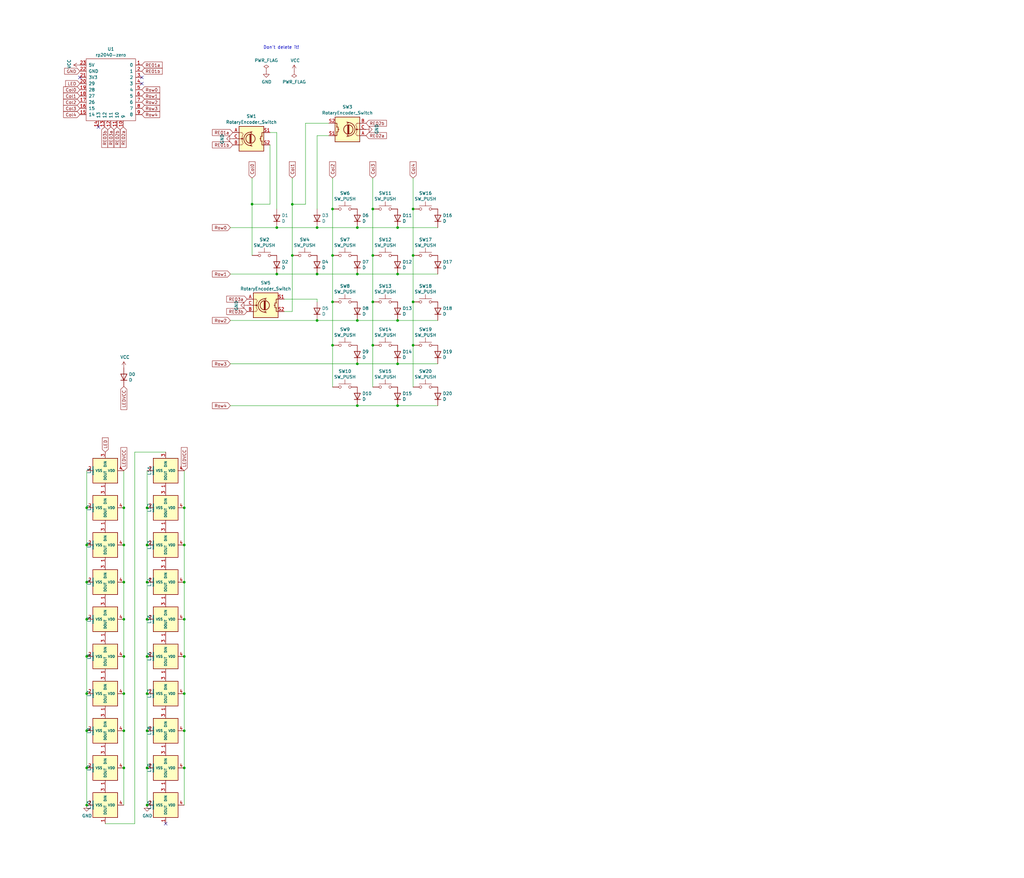
<source format=kicad_sch>
(kicad_sch (version 20230121) (generator eeschema)
  (paper "User" 419.989 360.045)
  (lib_symbols
    (symbol "Device:D" (pin_numbers hide) (pin_names (offset 1.016) hide)
      (property "Reference" "D" (at 0 2.54 0))
      (property "Value" "D" (at 0 -2.54 0))
      (symbol "D_0_1"
        (polyline (pts (xy -1.27 1.27) (xy -1.27 -1.27)) (stroke (width 0.254)))
        (polyline (pts (xy 1.27 0) (xy -1.27 0)))
        (polyline (pts (xy 1.27 1.27) (xy 1.27 -1.27) (xy -1.27 0) (xy 1.27 1.27)) (stroke (width 0.254)))
      )
      (symbol "D_1_1"
        (pin passive line (at -3.81 0 0) (length 2.54) (name "K") (number "1"))
        (pin passive line (at 3.81 0 180) (length 2.54) (name "A") (number "2"))
      )
    )
    (symbol "Device:RotaryEncoder_Switch" (pin_names (offset 0.254) hide)
      (property "Reference" "SW" (at 0 6.604 0))
      (property "Value" "RotaryEncoder_Switch" (at 0 -6.604 0))
      (symbol "RotaryEncoder_Switch_0_1"
        (rectangle (start -5.08 5.08) (end 5.08 -5.08) (stroke (width 0.254)) (fill (type background)))
        (circle (center -3.81 0) (radius 0.254) (fill (type outline)))
        (circle (center -0.381 0) (radius 1.905) (stroke (width 0.254)))
        (arc (start -0.381 2.667) (mid -3.0988 -0.0635) (end -0.381 -2.794) (stroke (width 0.254)))
        (polyline (pts (xy -0.635 -1.778) (xy -0.635 1.778)) (stroke (width 0.254)))
        (polyline (pts (xy -0.381 -1.778) (xy -0.381 1.778)) (stroke (width 0.254)))
        (polyline (pts (xy -0.127 1.778) (xy -0.127 -1.778)) (stroke (width 0.254)))
        (polyline (pts (xy 3.81 0) (xy 3.429 0)) (stroke (width 0.254)))
        (polyline (pts (xy 3.81 1.016) (xy 3.81 -1.016)) (stroke (width 0.254)))
        (polyline (pts (xy -5.08 -2.54) (xy -3.81 -2.54) (xy -3.81 -2.032)))
        (polyline (pts (xy -5.08 2.54) (xy -3.81 2.54) (xy -3.81 2.032)))
        (polyline (pts (xy 0.254 -3.048) (xy -0.508 -2.794) (xy 0.127 -2.413)) (stroke (width 0.254)))
        (polyline (pts (xy 0.254 2.921) (xy -0.508 2.667) (xy 0.127 2.286)) (stroke (width 0.254)))
        (polyline (pts (xy 5.08 -2.54) (xy 4.318 -2.54) (xy 4.318 -1.016)) (stroke (width 0.254)))
        (polyline (pts (xy 5.08 2.54) (xy 4.318 2.54) (xy 4.318 1.016)) (stroke (width 0.254)))
        (polyline (pts (xy -5.08 0) (xy -3.81 0) (xy -3.81 -1.016) (xy -3.302 -2.032)))
        (polyline (pts (xy -4.318 0) (xy -3.81 0) (xy -3.81 1.016) (xy -3.302 2.032)))
        (circle (center 4.318 -1.016) (radius 0.127) (stroke (width 0.254)))
        (circle (center 4.318 1.016) (radius 0.127) (stroke (width 0.254)))
      )
      (symbol "RotaryEncoder_Switch_1_1"
        (pin passive line (at -7.62 2.54 0) (length 2.54) (name "A") (number "A"))
        (pin passive line (at -7.62 -2.54 0) (length 2.54) (name "B") (number "B"))
        (pin passive line (at -7.62 0 0) (length 2.54) (name "C") (number "C"))
        (pin passive line (at 7.62 2.54 180) (length 2.54) (name "S1") (number "S1"))
        (pin passive line (at 7.62 -2.54 180) (length 2.54) (name "S2") (number "S2"))
      )
    )
    (symbol "Salicylic_kbd:LED_SK6812MINI-E" (pin_names (offset 1.016))
      (property "Reference" "LED" (at 5.08 -10.16 0))
      (property "Value" "LED_SK6812MINI-E" (at 8.89 -8.89 0))
      (symbol "LED_SK6812MINI-E_0_1"
        (rectangle (start -5.08 5.08) (end 5.08 -5.08) (stroke (width 0.254)) (fill (type background)))
      )
      (symbol "LED_SK6812MINI-E_1_1"
        (pin output line (at 7.62 0 180) (length 2.54) (name "DOUT") (number "1"))
        (pin power_in line (at 0 -7.62 90) (length 2.54) (name "VSS") (number "2"))
        (pin input line (at -7.62 0 0) (length 2.54) (name "DIN") (number "3"))
        (pin power_in line (at 0 7.62 270) (length 2.54) (name "VDD") (number "4"))
      )
    )
    (symbol "Switch:SW_Push" (pin_numbers hide) (pin_names (offset 1.016) hide)
      (property "Reference" "SW" (at 1.27 2.54 0))
      (property "Value" "SW_Push" (at 0 -1.524 0))
      (symbol "SW_Push_0_1"
        (circle (center -2.032 0) (radius 0.508))
        (polyline (pts (xy 0 1.27) (xy 0 3.048)))
        (polyline (pts (xy 2.54 1.27) (xy -2.54 1.27)))
        (circle (center 2.032 0) (radius 0.508))
        (pin passive line (at -5.08 0 0) (length 2.54) (name "1") (number "1"))
        (pin passive line (at 5.08 0 180) (length 2.54) (name "2") (number "2"))
      )
    )
    (symbol "mcu:rp2040-zero" (pin_names (offset 1.016))
      (property "Reference" "U" (at 0 15.24 0))
      (property "Value" "rp2040-zero" (at 0 12.7 0))
      (symbol "rp2040-zero_0_1"
        (rectangle (start -10.16 11.43) (end 10.16 -13.97))
      )
      (symbol "rp2040-zero_1_1"
        (pin bidirectional line (at 12.7 8.89 180) (length 2.54) (name "0") (number "1"))
        (pin bidirectional line (at 5.08 -16.51 90) (length 2.54) (name "9") (number "10"))
        (pin bidirectional line (at 2.54 -16.51 90) (length 2.54) (name "10") (number "11"))
        (pin bidirectional line (at 0 -16.51 90) (length 2.54) (name "11") (number "12"))
        (pin bidirectional line (at -2.54 -16.51 90) (length 2.54) (name "12") (number "13"))
        (pin bidirectional line (at -5.08 -16.51 90) (length 2.54) (name "13") (number "14"))
        (pin bidirectional line (at -12.7 -11.43 0) (length 2.54) (name "14") (number "15"))
        (pin bidirectional line (at -12.7 -8.89 0) (length 2.54) (name "15") (number "16"))
        (pin bidirectional line (at -12.7 -6.35 0) (length 2.54) (name "26") (number "17"))
        (pin bidirectional line (at -12.7 -3.81 0) (length 2.54) (name "27") (number "18"))
        (pin bidirectional line (at -12.7 -1.27 0) (length 2.54) (name "28") (number "19"))
        (pin bidirectional line (at 12.7 6.35 180) (length 2.54) (name "1") (number "2"))
        (pin bidirectional line (at -12.7 1.27 0) (length 2.54) (name "29") (number "20"))
        (pin power_out line (at -12.7 3.81 0) (length 2.54) (name "3V3") (number "21"))
        (pin power_out line (at -12.7 6.35 0) (length 2.54) (name "GND") (number "22"))
        (pin power_out line (at -12.7 8.89 0) (length 2.54) (name "5V") (number "23"))
        (pin bidirectional line (at 12.7 3.81 180) (length 2.54) (name "2") (number "3"))
        (pin bidirectional line (at 12.7 1.27 180) (length 2.54) (name "3") (number "4"))
        (pin bidirectional line (at 12.7 -1.27 180) (length 2.54) (name "4") (number "5"))
        (pin bidirectional line (at 12.7 -3.81 180) (length 2.54) (name "5") (number "6"))
        (pin bidirectional line (at 12.7 -6.35 180) (length 2.54) (name "6") (number "7"))
        (pin bidirectional line (at 12.7 -8.89 180) (length 2.54) (name "7") (number "8"))
        (pin bidirectional line (at 12.7 -11.43 180) (length 2.54) (name "8") (number "9"))
      )
    )
    (symbol "power:GND" (power) (pin_names (offset 0))
      (property "Value" "GND" (at 0 -3.81 0))
      (symbol "GND_0_1"
        (polyline (pts (xy 0 0) (xy 0 -1.27) (xy 1.27 -1.27) (xy 0 -2.54) (xy -1.27 -1.27) (xy 0 -1.27)))
      )
      (symbol "GND_1_1"
        (pin power_in line (at 0 0 270) (length 0) hide (name "GND") (number "1"))
      )
    )
    (symbol "power:PWR_FLAG" (power) (pin_numbers hide) (pin_names (offset 0) hide)
      (property "Value" "PWR_FLAG" (at 0 3.81 0))
      (symbol "PWR_FLAG_0_0"
        (pin power_out line (at 0 0 90) (length 0) (name "pwr") (number "1"))
      )
      (symbol "PWR_FLAG_0_1"
        (polyline (pts (xy 0 0) (xy 0 1.27) (xy -1.016 1.905) (xy 0 2.54) (xy 1.016 1.905) (xy 0 1.27)))
      )
    )
    (symbol "power:VCC" (power) (pin_names (offset 0))
      (property "Value" "VCC" (at 0 3.81 0))
      (symbol "VCC_0_1"
        (polyline (pts (xy -0.762 1.27) (xy 0 2.54)))
        (polyline (pts (xy 0 0) (xy 0 2.54)))
        (polyline (pts (xy 0 2.54) (xy 0.762 1.27)))
      )
      (symbol "VCC_1_1"
        (pin power_in line (at 0 0 90) (length 0) hide (name "VCC") (number "1"))
      )
    )
  )
  (junction (at 35.56 330.2))
  (junction (at 50.8 208.28))
  (junction (at 103.378 83.729))
  (junction (at 152.908 123.825))
  (junction (at 50.8 284.48))
  (junction (at 75.565 208.28))
  (junction (at 75.565 299.72))
  (junction (at 75.565 254))
  (junction (at 169.418 141.605))
  (junction (at 60.325 284.48))
  (junction (at 50.8 254))
  (junction (at 60.325 299.72))
  (junction (at 60.325 314.96))
  (junction (at 163.068 131.445))
  (junction (at 50.8 238.76))
  (junction (at 136.398 123.825))
  (junction (at 136.398 141.605))
  (junction (at 50.8 299.72))
  (junction (at 113.538 112.395))
  (junction (at 35.56 208.28))
  (junction (at 146.558 166.37))
  (junction (at 163.068 166.37))
  (junction (at 119.888 104.775))
  (junction (at 50.8 269.24))
  (junction (at 60.325 269.24))
  (junction (at 146.558 149.225))
  (junction (at 169.418 123.825))
  (junction (at 163.068 149.225))
  (junction (at 75.565 314.96))
  (junction (at 163.068 112.395))
  (junction (at 113.538 93.345))
  (junction (at 169.418 104.775))
  (junction (at 60.325 238.76))
  (junction (at 60.325 254))
  (junction (at 50.8 223.52))
  (junction (at 60.325 330.2))
  (junction (at 75.565 284.48))
  (junction (at 130.048 93.345))
  (junction (at 75.565 238.76))
  (junction (at 130.048 131.445))
  (junction (at 35.56 254))
  (junction (at 75.565 223.52))
  (junction (at 60.325 223.52))
  (junction (at 35.56 284.48))
  (junction (at 75.565 269.24))
  (junction (at 35.56 269.24))
  (junction (at 130.048 112.395))
  (junction (at 152.908 85.725))
  (junction (at 169.418 85.725))
  (junction (at 35.56 314.96))
  (junction (at 35.56 299.72))
  (junction (at 146.558 93.345))
  (junction (at 152.908 104.775))
  (junction (at 35.56 223.52))
  (junction (at 119.888 83.7928))
  (junction (at 136.398 85.725))
  (junction (at 35.56 238.76))
  (junction (at 163.068 93.345))
  (junction (at 146.558 131.445))
  (junction (at 50.8 314.96))
  (junction (at 152.908 141.605))
  (junction (at 146.558 112.395))
  (junction (at 136.398 104.775))
  (junction (at 60.325 208.28))
  (no_connect (at 67.945 337.82))
  (no_connect (at 32.766 31.75))
  (no_connect (at 58.166 34.29))
  (no_connect (at 58.166 31.75))
  (no_connect (at 40.386 52.07))
  (wire (pts (xy 116.586 122.682) (xy 130.048 122.682)))
  (wire (pts (xy 50.8 223.52) (xy 50.8 238.76)))
  (wire (pts (xy 60.325 269.24) (xy 60.325 284.48)))
  (wire (pts (xy 163.068 112.395) (xy 179.578 112.395)))
  (wire (pts (xy 35.56 193.04) (xy 35.56 208.28)))
  (wire (pts (xy 136.398 104.775) (xy 136.398 123.825)))
  (wire (pts (xy 60.325 208.28) (xy 60.325 223.52)))
  (wire (pts (xy 35.56 238.76) (xy 35.56 254)))
  (wire (pts (xy 113.538 93.345) (xy 130.048 93.345)))
  (wire (pts (xy 134.874 50.546) (xy 125.306 50.546)))
  (wire (pts (xy 75.565 223.52) (xy 75.565 238.76)))
  (wire (pts (xy 152.908 141.605) (xy 152.908 158.75)))
  (wire (pts (xy 152.908 85.725) (xy 152.908 104.775)))
  (wire (pts (xy 103.378 83.729) (xy 103.378 104.775)))
  (wire (pts (xy 163.068 93.345) (xy 179.578 93.345)))
  (wire (pts (xy 119.888 127.762) (xy 116.586 127.762)))
  (wire (pts (xy 169.418 85.725) (xy 169.418 104.775)))
  (wire (pts (xy 119.888 73.025) (xy 119.888 83.7928)))
  (wire (pts (xy 152.908 123.825) (xy 152.908 141.605)))
  (wire (pts (xy 130.048 131.445) (xy 146.558 131.445)))
  (wire (pts (xy 50.8 314.96) (xy 50.8 330.2)))
  (wire (pts (xy 35.56 223.52) (xy 35.56 238.76)))
  (wire (pts (xy 110.744 59.436) (xy 110.744 83.729)))
  (wire (pts (xy 94.488 166.37) (xy 146.558 166.37)))
  (wire (pts (xy 136.398 73.025) (xy 136.398 85.725)))
  (wire (pts (xy 35.56 208.28) (xy 35.56 223.52)))
  (wire (pts (xy 50.8 269.24) (xy 50.8 284.48)))
  (wire (pts (xy 35.56 284.48) (xy 35.56 299.72)))
  (wire (pts (xy 169.418 141.605) (xy 169.418 158.75)))
  (wire (pts (xy 130.048 112.395) (xy 146.558 112.395)))
  (wire (pts (xy 35.56 269.24) (xy 35.56 284.48)))
  (wire (pts (xy 60.325 299.72) (xy 60.325 314.96)))
  (wire (pts (xy 75.565 314.96) (xy 75.565 330.2)))
  (wire (pts (xy 35.56 314.96) (xy 35.56 330.2)))
  (wire (pts (xy 50.8 284.48) (xy 50.8 299.72)))
  (wire (pts (xy 125.306 50.546) (xy 125.306 83.7928)))
  (wire (pts (xy 55.245 337.82) (xy 55.245 185.42)))
  (wire (pts (xy 113.538 112.395) (xy 130.048 112.395)))
  (wire (pts (xy 146.558 131.445) (xy 163.068 131.445)))
  (wire (pts (xy 50.8 254) (xy 50.8 269.24)))
  (wire (pts (xy 94.488 131.445) (xy 130.048 131.445)))
  (wire (pts (xy 130.048 122.682) (xy 130.048 123.825)))
  (wire (pts (xy 75.565 193.04) (xy 75.565 208.28)))
  (wire (pts (xy 169.418 123.825) (xy 169.418 141.605)))
  (wire (pts (xy 146.558 149.225) (xy 163.068 149.225)))
  (wire (pts (xy 35.56 254) (xy 35.56 269.24)))
  (wire (pts (xy 60.325 238.76) (xy 60.325 254)))
  (wire (pts (xy 43.18 337.82) (xy 55.245 337.82)))
  (wire (pts (xy 113.538 93.345) (xy 94.488 93.345)))
  (wire (pts (xy 60.325 223.52) (xy 60.325 238.76)))
  (wire (pts (xy 163.068 149.225) (xy 179.578 149.225)))
  (wire (pts (xy 75.565 299.72) (xy 75.565 314.96)))
  (wire (pts (xy 136.398 85.725) (xy 136.398 104.775)))
  (wire (pts (xy 125.306 83.7928) (xy 119.888 83.7928)))
  (wire (pts (xy 152.908 104.775) (xy 152.908 123.825)))
  (wire (pts (xy 146.558 166.37) (xy 163.068 166.37)))
  (wire (pts (xy 113.538 54.356) (xy 110.744 54.356)))
  (wire (pts (xy 55.245 185.42) (xy 67.945 185.42)))
  (wire (pts (xy 163.068 166.37) (xy 179.578 166.37)))
  (wire (pts (xy 134.874 55.626) (xy 130.048 55.626)))
  (wire (pts (xy 169.418 73.025) (xy 169.418 85.725)))
  (wire (pts (xy 136.398 141.605) (xy 136.398 158.75)))
  (wire (pts (xy 110.744 83.729) (xy 103.378 83.729)))
  (wire (pts (xy 75.565 269.24) (xy 75.565 284.48)))
  (wire (pts (xy 169.418 104.775) (xy 169.418 123.825)))
  (wire (pts (xy 113.538 112.395) (xy 94.488 112.395)))
  (wire (pts (xy 94.488 149.225) (xy 146.558 149.225)))
  (wire (pts (xy 103.378 73.025) (xy 103.378 83.729)))
  (wire (pts (xy 152.908 73.025) (xy 152.908 85.725)))
  (wire (pts (xy 75.565 284.48) (xy 75.565 299.72)))
  (wire (pts (xy 163.068 131.445) (xy 179.578 131.445)))
  (wire (pts (xy 50.8 299.72) (xy 50.8 314.96)))
  (wire (pts (xy 60.325 284.48) (xy 60.325 299.72)))
  (wire (pts (xy 50.8 208.28) (xy 50.8 223.52)))
  (wire (pts (xy 119.888 104.775) (xy 119.888 127.762)))
  (wire (pts (xy 50.8 193.04) (xy 50.8 208.28)))
  (wire (pts (xy 60.325 254) (xy 60.325 269.24)))
  (wire (pts (xy 130.048 55.626) (xy 130.048 85.725)))
  (wire (pts (xy 119.888 83.7928) (xy 119.888 104.775)))
  (wire (pts (xy 75.565 238.76) (xy 75.565 254)))
  (wire (pts (xy 75.565 254) (xy 75.565 269.24)))
  (wire (pts (xy 146.558 93.345) (xy 163.068 93.345)))
  (wire (pts (xy 50.8 238.76) (xy 50.8 254)))
  (wire (pts (xy 113.538 85.725) (xy 113.538 54.356)))
  (wire (pts (xy 60.325 314.96) (xy 60.325 330.2)))
  (wire (pts (xy 136.398 123.825) (xy 136.398 141.605)))
  (wire (pts (xy 60.325 193.04) (xy 60.325 208.28)))
  (wire (pts (xy 35.56 299.72) (xy 35.56 314.96)))
  (wire (pts (xy 75.565 208.28) (xy 75.565 223.52)))
  (wire (pts (xy 146.558 112.395) (xy 163.068 112.395)))
  (wire (pts (xy 130.048 93.345) (xy 146.558 93.345)))
  (text "Don't delete it!" (at 107.95 20.32 0) (effects (font (size 1.27 1.27)) (justify left bottom)))
  (global_label "RE01b" (shape input) (at 58.166 29.21 0) (property "Intersheetrefs" "${INTERSHEET_REFS}" (effects hide)))
  (global_label "Col0" (shape input) (at 103.378 73.025 90) (property "Intersheetrefs" "${INTERSHEET_REFS}" (effects hide)))
  (global_label "Col2" (shape input) (at 32.766 41.91 180) (property "Intersheetrefs" "${INTERSHEET_REFS}" (effects hide)))
  (global_label "Row4" (shape input) (at 58.166 46.99 0) (property "Intersheetrefs" "${INTERSHEET_REFS}" (effects hide)))
  (global_label "Col2" (shape input) (at 136.398 73.025 90) (property "Intersheetrefs" "${INTERSHEET_REFS}" (effects hide)))
  (global_label "LED" (shape input) (at 32.766 34.29 180) (property "Intersheetrefs" "${INTERSHEET_REFS}" (effects hide)))
  (global_label "LEDVCC" (shape input) (at 50.8 158.496 270) (property "Intersheetrefs" "${INTERSHEET_REFS}" (effects hide)))
  (global_label "RE02a" (shape input) (at 50.546 52.07 270) (property "Intersheetrefs" "${INTERSHEET_REFS}" (effects hide)))
  (global_label "RE01a" (shape input) (at 58.166 26.67 0) (property "Intersheetrefs" "${INTERSHEET_REFS}" (effects hide)))
  (global_label "LEDVCC" (shape input) (at 50.8 193.04 90) (property "Intersheetrefs" "${INTERSHEET_REFS}" (effects hide)))
  (global_label "RE03b" (shape input) (at 101.346 127.762 180) (property "Intersheetrefs" "${INTERSHEET_REFS}" (effects hide)))
  (global_label "Row3" (shape input) (at 94.488 149.225 180) (property "Intersheetrefs" "${INTERSHEET_REFS}" (effects hide)))
  (global_label "Row0" (shape input) (at 94.488 93.345 180) (property "Intersheetrefs" "${INTERSHEET_REFS}" (effects hide)))
  (global_label "Row1" (shape input) (at 58.166 39.37 0) (property "Intersheetrefs" "${INTERSHEET_REFS}" (effects hide)))
  (global_label "Col0" (shape input) (at 32.766 36.83 180) (property "Intersheetrefs" "${INTERSHEET_REFS}" (effects hide)))
  (global_label "RE02b" (shape input) (at 48.006 52.07 270) (property "Intersheetrefs" "${INTERSHEET_REFS}" (effects hide)))
  (global_label "Row2" (shape input) (at 94.488 131.445 180) (property "Intersheetrefs" "${INTERSHEET_REFS}" (effects hide)))
  (global_label "RE02b" (shape input) (at 150.114 50.546 0) (property "Intersheetrefs" "${INTERSHEET_REFS}" (effects hide)))
  (global_label "Col4" (shape input) (at 32.766 46.99 180) (property "Intersheetrefs" "${INTERSHEET_REFS}" (effects hide)))
  (global_label "RE01a" (shape input) (at 95.504 54.356 180) (property "Intersheetrefs" "${INTERSHEET_REFS}" (effects hide)))
  (global_label "Row0" (shape input) (at 58.166 36.83 0) (property "Intersheetrefs" "${INTERSHEET_REFS}" (effects hide)))
  (global_label "Col3" (shape input) (at 152.908 73.025 90) (property "Intersheetrefs" "${INTERSHEET_REFS}" (effects hide)))
  (global_label "LED" (shape input) (at 43.18 185.42 90) (property "Intersheetrefs" "${INTERSHEET_REFS}" (effects hide)))
  (global_label "RE02a" (shape input) (at 150.114 55.626 0) (property "Intersheetrefs" "${INTERSHEET_REFS}" (effects hide)))
  (global_label "RE03a" (shape input) (at 101.346 122.682 180) (property "Intersheetrefs" "${INTERSHEET_REFS}" (effects hide)))
  (global_label "Row4" (shape input) (at 94.488 166.37 180) (property "Intersheetrefs" "${INTERSHEET_REFS}" (effects hide)))
  (global_label "RE03b" (shape input) (at 42.926 52.07 270) (property "Intersheetrefs" "${INTERSHEET_REFS}" (effects hide)))
  (global_label "Row2" (shape input) (at 58.166 41.91 0) (property "Intersheetrefs" "${INTERSHEET_REFS}" (effects hide)))
  (global_label "Row1" (shape input) (at 94.488 112.395 180) (property "Intersheetrefs" "${INTERSHEET_REFS}" (effects hide)))
  (global_label "RE01b" (shape input) (at 95.504 59.436 180) (property "Intersheetrefs" "${INTERSHEET_REFS}" (effects hide)))
  (global_label "GND" (shape input) (at 32.766 29.21 180) (property "Intersheetrefs" "${INTERSHEET_REFS}" (effects hide)))
  (global_label "Row3" (shape input) (at 58.166 44.45 0) (property "Intersheetrefs" "${INTERSHEET_REFS}" (effects hide)))
  (global_label "Col1" (shape input) (at 119.888 73.025 90) (property "Intersheetrefs" "${INTERSHEET_REFS}" (effects hide)))
  (global_label "Col3" (shape input) (at 32.766 44.45 180) (property "Intersheetrefs" "${INTERSHEET_REFS}" (effects hide)))
  (global_label "RE03a" (shape input) (at 45.466 52.07 270) (property "Intersheetrefs" "${INTERSHEET_REFS}" (effects hide)))
  (global_label "Col1" (shape input) (at 32.766 39.37 180) (property "Intersheetrefs" "${INTERSHEET_REFS}" (effects hide)))
  (global_label "Col4" (shape input) (at 169.418 73.025 90) (property "Intersheetrefs" "${INTERSHEET_REFS}" (effects hide)))
  (global_label "LEDVCC" (shape input) (at 75.565 193.04 90) (property "Intersheetrefs" "${INTERSHEET_REFS}" (effects hide)))
  (symbol (lib_id "power:PWR_FLAG") (at 109.22 29.21 0) (unit 1)
    (property "Reference" "#FLG01" (effects hide))
    (property "Value" "PWR_FLAG" (at 109.22 24.7904 0))
  )
  (symbol (lib_id "power:PWR_FLAG") (at 120.65 29.21 180) (unit 1)
    (property "Reference" "#FLG02" (effects hide))
    (property "Value" "PWR_FLAG" (at 120.65 33.6042 0))
  )
  (symbol (lib_id "power:GND") (at 109.22 29.21 0) (unit 1)
    (property "Reference" "#PWR010" (effects hide))
    (property "Value" "GND" (at 109.347 33.6042 0))
  )
  (symbol (lib_id "power:VCC") (at 120.65 29.21 0) (unit 1)
    (property "Reference" "#PWR012" (effects hide))
    (property "Value" "VCC" (at 121.0818 24.8158 0))
  )
  (symbol (lib_id "Switch:SW_Push") (at 108.458 104.775 0) (unit 1)
    (property "Reference" "SW2" (at 108.458 98.298 0))
    (property "Value" "SW_PUSH" (at 108.458 100.6094 0))
    (property "Footprint" "kbd_SW:CherryMX_Hotswap_1u" (effects hide))
  )
  (symbol (lib_id "Switch:SW_Push") (at 124.968 104.775 0) (unit 1)
    (property "Reference" "SW4" (at 124.968 98.298 0))
    (property "Value" "SW_PUSH" (at 124.968 100.6094 0))
    (property "Footprint" "kbd_SW:CherryMX_Hotswap_1u" (effects hide))
  )
  (symbol (lib_id "Device:D") (at 113.538 89.535 90) (unit 1)
    (property "Reference" "D1" (at 115.5446 88.3666 90) (effects (justify right)))
    (property "Value" "D" (at 115.5446 90.678 90) (effects (justify right)))
    (property "Footprint" "kbd_Parts:Diode_SMD" (effects hide))
  )
  (symbol (lib_id "Device:D") (at 130.048 89.535 90) (unit 1)
    (property "Reference" "D3" (at 132.0546 88.3666 90) (effects (justify right)))
    (property "Value" "D" (at 132.0546 90.678 90) (effects (justify right)))
    (property "Footprint" "kbd_Parts:Diode_SMD" (effects hide))
  )
  (symbol (lib_id "Device:D") (at 130.048 108.585 90) (unit 1)
    (property "Reference" "D4" (at 132.0546 107.4166 90) (effects (justify right)))
    (property "Value" "D" (at 132.0546 109.728 90) (effects (justify right)))
    (property "Footprint" "kbd_Parts:Diode_SMD" (effects hide))
  )
  (symbol (lib_id "Device:D") (at 113.538 108.585 90) (unit 1)
    (property "Reference" "D2" (at 115.5446 107.4166 90) (effects (justify right)))
    (property "Value" "D" (at 115.5446 109.728 90) (effects (justify right)))
    (property "Footprint" "kbd_Parts:Diode_SMD" (effects hide))
  )
  (symbol (lib_id "Switch:SW_Push") (at 157.988 85.725 0) (unit 1)
    (property "Reference" "SW11" (at 157.988 79.248 0))
    (property "Value" "SW_PUSH" (at 157.988 81.5594 0))
    (property "Footprint" "kbd_SW:CherryMX_Hotswap_1u" (effects hide))
  )
  (symbol (lib_id "Switch:SW_Push") (at 174.498 85.725 0) (unit 1)
    (property "Reference" "SW16" (at 174.498 79.248 0))
    (property "Value" "SW_PUSH" (at 174.498 81.5594 0))
    (property "Footprint" "kbd_SW:CherryMX_Hotswap_1u" (effects hide))
  )
  (symbol (lib_id "Switch:SW_Push") (at 141.478 85.725 0) (unit 1)
    (property "Reference" "SW6" (at 141.478 79.248 0))
    (property "Value" "SW_PUSH" (at 141.478 81.5594 0))
    (property "Footprint" "kbd_SW:CherryMX_Hotswap_1u" (effects hide))
  )
  (symbol (lib_id "Switch:SW_Push") (at 157.988 123.825 0) (unit 1)
    (property "Reference" "SW13" (at 157.988 117.348 0))
    (property "Value" "SW_PUSH" (at 157.988 119.6594 0))
    (property "Footprint" "kbd_SW:CherryMX_Hotswap_1u" (effects hide))
  )
  (symbol (lib_id "Switch:SW_Push") (at 157.988 104.775 0) (unit 1)
    (property "Reference" "SW12" (at 157.988 98.298 0))
    (property "Value" "SW_PUSH" (at 157.988 100.6094 0))
    (property "Footprint" "kbd_SW:CherryMX_Hotswap_1u" (effects hide))
  )
  (symbol (lib_id "Switch:SW_Push") (at 174.498 104.775 0) (unit 1)
    (property "Reference" "SW17" (at 174.498 98.298 0))
    (property "Value" "SW_PUSH" (at 174.498 100.6094 0))
    (property "Footprint" "kbd_SW:CherryMX_Hotswap_1u" (effects hide))
  )
  (symbol (lib_id "Switch:SW_Push") (at 141.478 104.775 0) (unit 1)
    (property "Reference" "SW7" (at 141.478 98.298 0))
    (property "Value" "SW_PUSH" (at 141.478 100.6094 0))
    (property "Footprint" "kbd_SW:CherryMX_Hotswap_1u" (effects hide))
  )
  (symbol (lib_id "Switch:SW_Push") (at 141.478 123.825 0) (unit 1)
    (property "Reference" "SW8" (at 141.478 117.348 0))
    (property "Value" "SW_PUSH" (at 141.478 119.6594 0))
    (property "Footprint" "kbd_SW:CherryMX_Hotswap_1u" (effects hide))
  )
  (symbol (lib_id "Switch:SW_Push") (at 157.988 141.605 0) (unit 1)
    (property "Reference" "SW14" (at 157.988 135.128 0))
    (property "Value" "SW_PUSH" (at 157.988 137.4394 0))
    (property "Footprint" "kbd_SW:CherryMX_Hotswap_1u" (effects hide))
  )
  (symbol (lib_id "Switch:SW_Push") (at 174.498 141.605 0) (unit 1)
    (property "Reference" "SW19" (at 174.498 135.128 0))
    (property "Value" "SW_PUSH" (at 174.498 137.4394 0))
    (property "Footprint" "kbd_SW:CherryMX_Hotswap_1u" (effects hide))
  )
  (symbol (lib_id "Switch:SW_Push") (at 174.498 123.825 0) (unit 1)
    (property "Reference" "SW18" (at 174.498 117.348 0))
    (property "Value" "SW_PUSH" (at 174.498 119.6594 0))
    (property "Footprint" "kbd_SW:CherryMX_Hotswap_1u" (effects hide))
  )
  (symbol (lib_id "Device:D") (at 146.558 89.535 90) (unit 1)
    (property "Reference" "D6" (at 148.5646 88.3666 90) (effects (justify right)))
    (property "Value" "D" (at 148.5646 90.678 90) (effects (justify right)))
    (property "Footprint" "kbd_Parts:Diode_SMD" (effects hide))
  )
  (symbol (lib_id "Device:D") (at 163.068 89.535 90) (unit 1)
    (property "Reference" "D11" (at 165.0746 88.3666 90) (effects (justify right)))
    (property "Value" "D" (at 165.0746 90.678 90) (effects (justify right)))
    (property "Footprint" "kbd_Parts:Diode_SMD" (effects hide))
  )
  (symbol (lib_id "Device:D") (at 179.578 89.535 90) (unit 1)
    (property "Reference" "D16" (at 181.5846 88.3666 90) (effects (justify right)))
    (property "Value" "D" (at 181.5846 90.678 90) (effects (justify right)))
    (property "Footprint" "kbd_Parts:Diode_SMD" (effects hide))
  )
  (symbol (lib_id "Device:D") (at 179.578 145.415 90) (unit 1)
    (property "Reference" "D19" (at 181.5846 144.2466 90) (effects (justify right)))
    (property "Value" "D" (at 181.5846 146.558 90) (effects (justify right)))
    (property "Footprint" "kbd_Parts:Diode_SMD" (effects hide))
  )
  (symbol (lib_id "Device:D") (at 179.578 127.635 90) (unit 1)
    (property "Reference" "D18" (at 181.5846 126.4666 90) (effects (justify right)))
    (property "Value" "D" (at 181.5846 128.778 90) (effects (justify right)))
    (property "Footprint" "kbd_Parts:Diode_SMD" (effects hide))
  )
  (symbol (lib_id "Device:D") (at 179.578 108.585 90) (unit 1)
    (property "Reference" "D17" (at 181.5846 107.4166 90) (effects (justify right)))
    (property "Value" "D" (at 181.5846 109.728 90) (effects (justify right)))
    (property "Footprint" "kbd_Parts:Diode_SMD" (effects hide))
  )
  (symbol (lib_id "Device:D") (at 163.068 108.585 90) (unit 1)
    (property "Reference" "D12" (at 165.0746 107.4166 90) (effects (justify right)))
    (property "Value" "D" (at 165.0746 109.728 90) (effects (justify right)))
    (property "Footprint" "kbd_Parts:Diode_SMD" (effects hide))
  )
  (symbol (lib_id "Device:D") (at 146.558 108.585 90) (unit 1)
    (property "Reference" "D7" (at 148.5646 107.4166 90) (effects (justify right)))
    (property "Value" "D" (at 148.5646 109.728 90) (effects (justify right)))
    (property "Footprint" "kbd_Parts:Diode_SMD" (effects hide))
  )
  (symbol (lib_id "Device:D") (at 146.558 127.635 90) (unit 1)
    (property "Reference" "D8" (at 148.5646 126.4666 90) (effects (justify right)))
    (property "Value" "D" (at 148.5646 128.778 90) (effects (justify right)))
    (property "Footprint" "kbd_Parts:Diode_SMD" (effects hide))
  )
  (symbol (lib_id "Device:D") (at 163.068 127.635 90) (unit 1)
    (property "Reference" "D13" (at 165.0746 126.4666 90) (effects (justify right)))
    (property "Value" "D" (at 165.0746 128.778 90) (effects (justify right)))
    (property "Footprint" "kbd_Parts:Diode_SMD" (effects hide))
  )
  (symbol (lib_id "Device:D") (at 163.068 145.415 90) (unit 1)
    (property "Reference" "D14" (at 165.0746 144.2466 90) (effects (justify right)))
    (property "Value" "D" (at 165.0746 146.558 90) (effects (justify right)))
    (property "Footprint" "kbd_Parts:Diode_SMD" (effects hide))
  )
  (symbol (lib_id "Device:D") (at 130.048 127.635 90) (unit 1)
    (property "Reference" "D5" (at 132.0546 126.4666 90) (effects (justify right)))
    (property "Value" "D" (at 132.0546 128.778 90) (effects (justify right)))
    (property "Footprint" "kbd_Parts:Diode_SMD" (effects hide))
  )
  (symbol (lib_id "Switch:SW_Push") (at 141.478 158.75 0) (unit 1)
    (property "Reference" "SW10" (at 141.478 152.273 0))
    (property "Value" "SW_PUSH" (at 141.478 154.5844 0))
    (property "Footprint" "kbd_SW:CherryMX_Hotswap_1u" (effects hide))
  )
  (symbol (lib_id "Switch:SW_Push") (at 157.988 158.75 0) (unit 1)
    (property "Reference" "SW15" (at 157.988 152.273 0))
    (property "Value" "SW_PUSH" (at 157.988 154.5844 0))
    (property "Footprint" "kbd_SW:CherryMX_Hotswap_1u" (effects hide))
  )
  (symbol (lib_id "Switch:SW_Push") (at 174.498 158.75 0) (unit 1)
    (property "Reference" "SW20" (at 174.498 152.273 0))
    (property "Value" "SW_PUSH" (at 174.498 154.5844 0))
    (property "Footprint" "kbd_SW:CherryMX_Hotswap_1u" (effects hide))
  )
  (symbol (lib_id "Device:D") (at 146.558 162.56 90) (unit 1)
    (property "Reference" "D10" (at 148.5646 161.3916 90) (effects (justify right)))
    (property "Value" "D" (at 148.5646 163.703 90) (effects (justify right)))
    (property "Footprint" "kbd_Parts:Diode_SMD" (effects hide))
  )
  (symbol (lib_id "Device:D") (at 163.068 162.56 90) (unit 1)
    (property "Reference" "D15" (at 165.0746 161.3916 90) (effects (justify right)))
    (property "Value" "D" (at 165.0746 163.703 90) (effects (justify right)))
    (property "Footprint" "kbd_Parts:Diode_SMD" (effects hide))
  )
  (symbol (lib_id "Device:D") (at 179.578 162.56 90) (unit 1)
    (property "Reference" "D20" (at 181.5846 161.3916 90) (effects (justify right)))
    (property "Value" "D" (at 181.5846 163.703 90) (effects (justify right)))
    (property "Footprint" "kbd_Parts:Diode_SMD" (effects hide))
  )
  (symbol (lib_id "Salicylic_kbd:LED_SK6812MINI-E") (at 43.18 193.04 270) (unit 1)
    (property "Reference" "L1" (at 36.5252 193.04 0) (effects (font (size 1.2954 1.2954))))
    (property "Value" "SK6812MINI" (at 38.1762 193.04 0) (effects (font (size 0.4064 0.4064))))
    (property "Footprint" "kbd_Parts:LED_SK6812MINI-E_BL" (effects hide))
  )
  (symbol (lib_id "Salicylic_kbd:LED_SK6812MINI-E") (at 43.18 208.28 270) (unit 1)
    (property "Reference" "L2" (at 36.5252 208.28 0) (effects (font (size 1.2954 1.2954))))
    (property "Value" "SK6812MINI" (at 38.1762 208.28 0) (effects (font (size 0.4064 0.4064))))
    (property "Footprint" "kbd_Parts:LED_SK6812MINI-E_BL" (effects hide))
  )
  (symbol (lib_id "power:GND") (at 35.56 330.2 0) (unit 1)
    (property "Reference" "#PWR03" (effects hide))
    (property "Value" "GND" (at 35.687 334.5942 0))
  )
  (symbol (lib_id "Salicylic_kbd:LED_SK6812MINI-E") (at 43.18 223.52 270) (unit 1)
    (property "Reference" "L3" (at 36.5252 223.52 0) (effects (font (size 1.2954 1.2954))))
    (property "Value" "SK6812MINI" (at 38.1762 223.52 0) (effects (font (size 0.4064 0.4064))))
    (property "Footprint" "kbd_Parts:LED_SK6812MINI-E_BL" (effects hide))
  )
  (symbol (lib_id "Salicylic_kbd:LED_SK6812MINI-E") (at 43.18 238.76 270) (unit 1)
    (property "Reference" "L4" (at 36.5252 238.76 0) (effects (font (size 1.2954 1.2954))))
    (property "Value" "SK6812MINI" (at 38.1762 238.76 0) (effects (font (size 0.4064 0.4064))))
    (property "Footprint" "kbd_Parts:LED_SK6812MINI-E_BL" (effects hide))
  )
  (symbol (lib_id "Salicylic_kbd:LED_SK6812MINI-E") (at 43.18 254 270) (unit 1)
    (property "Reference" "L5" (at 36.5252 254 0) (effects (font (size 1.2954 1.2954))))
    (property "Value" "SK6812MINI" (at 38.1762 254 0) (effects (font (size 0.4064 0.4064))))
    (property "Footprint" "kbd_Parts:LED_SK6812MINI-E_BL" (effects hide))
  )
  (symbol (lib_id "Salicylic_kbd:LED_SK6812MINI-E") (at 43.18 269.24 270) (unit 1)
    (property "Reference" "L6" (at 36.5252 269.24 0) (effects (font (size 1.2954 1.2954))))
    (property "Value" "SK6812MINI" (at 38.1762 269.24 0) (effects (font (size 0.4064 0.4064))))
    (property "Footprint" "kbd_Parts:LED_SK6812MINI-E_BL" (effects hide))
  )
  (symbol (lib_id "Device:D") (at 146.558 145.415 90) (unit 1)
    (property "Reference" "D9" (at 148.5646 144.2466 90) (effects (justify right)))
    (property "Value" "D" (at 148.5646 146.558 90) (effects (justify right)))
    (property "Footprint" "kbd_Parts:Diode_SMD" (effects hide))
  )
  (symbol (lib_id "Switch:SW_Push") (at 141.478 141.605 0) (unit 1)
    (property "Reference" "SW9" (at 141.478 135.128 0))
    (property "Value" "SW_PUSH" (at 141.478 137.4394 0))
    (property "Footprint" "kbd_SW:CherryMX_Hotswap_1u" (effects hide))
  )
  (symbol (lib_id "Salicylic_kbd:LED_SK6812MINI-E") (at 43.18 284.48 270) (unit 1)
    (property "Reference" "L7" (at 36.5252 284.48 0) (effects (font (size 1.2954 1.2954))))
    (property "Value" "SK6812MINI" (at 38.1762 284.48 0) (effects (font (size 0.4064 0.4064))))
    (property "Footprint" "kbd_Parts:LED_SK6812MINI-E_BL" (effects hide))
  )
  (symbol (lib_id "Salicylic_kbd:LED_SK6812MINI-E") (at 43.18 299.72 270) (unit 1)
    (property "Reference" "L8" (at 36.5252 299.72 0) (effects (font (size 1.2954 1.2954))))
    (property "Value" "SK6812MINI" (at 38.1762 299.72 0) (effects (font (size 0.4064 0.4064))))
    (property "Footprint" "kbd_Parts:LED_SK6812MINI-E_BL" (effects hide))
  )
  (symbol (lib_id "Salicylic_kbd:LED_SK6812MINI-E") (at 43.18 314.96 270) (unit 1)
    (property "Reference" "L9" (at 36.5252 314.96 0) (effects (font (size 1.2954 1.2954))))
    (property "Value" "SK6812MINI" (at 38.1762 314.96 0) (effects (font (size 0.4064 0.4064))))
    (property "Footprint" "kbd_Parts:LED_SK6812MINI-E_BL" (effects hide))
  )
  (symbol (lib_id "Salicylic_kbd:LED_SK6812MINI-E") (at 43.18 330.2 270) (unit 1)
    (property "Reference" "L10" (at 36.5252 330.2 0) (effects (font (size 1.2954 1.2954))))
    (property "Value" "SK6812MINI" (at 38.1762 330.2 0) (effects (font (size 0.4064 0.4064))))
    (property "Footprint" "kbd_Parts:LED_SK6812MINI-E_BL" (effects hide))
  )
  (symbol (lib_id "Salicylic_kbd:LED_SK6812MINI-E") (at 67.945 299.72 270) (unit 1)
    (property "Reference" "L18" (at 61.2902 299.72 0) (effects (font (size 1.2954 1.2954))))
    (property "Value" "SK6812MINI" (at 62.9412 299.72 0) (effects (font (size 0.4064 0.4064))))
    (property "Footprint" "kbd_Parts:LED_SK6812MINI-E_BL" (effects hide))
  )
  (symbol (lib_id "Salicylic_kbd:LED_SK6812MINI-E") (at 67.945 284.48 270) (unit 1)
    (property "Reference" "L17" (at 61.2902 284.48 0) (effects (font (size 1.2954 1.2954))))
    (property "Value" "SK6812MINI" (at 62.9412 284.48 0) (effects (font (size 0.4064 0.4064))))
    (property "Footprint" "kbd_Parts:LED_SK6812MINI-E_BL" (effects hide))
  )
  (symbol (lib_id "Salicylic_kbd:LED_SK6812MINI-E") (at 67.945 269.24 270) (unit 1)
    (property "Reference" "L16" (at 61.2902 269.24 0) (effects (font (size 1.2954 1.2954))))
    (property "Value" "SK6812MINI" (at 62.9412 269.24 0) (effects (font (size 0.4064 0.4064))))
    (property "Footprint" "kbd_Parts:LED_SK6812MINI-E_BL" (effects hide))
  )
  (symbol (lib_id "Salicylic_kbd:LED_SK6812MINI-E") (at 67.945 223.52 270) (unit 1)
    (property "Reference" "L13" (at 61.2902 223.52 0) (effects (font (size 1.2954 1.2954))))
    (property "Value" "SK6812MINI" (at 62.9412 223.52 0) (effects (font (size 0.4064 0.4064))))
    (property "Footprint" "kbd_Parts:LED_SK6812MINI-E_BL" (effects hide))
  )
  (symbol (lib_id "power:GND") (at 60.325 330.2 0) (unit 1)
    (property "Reference" "#PWR04" (effects hide))
    (property "Value" "GND" (at 60.452 334.5942 0))
  )
  (symbol (lib_id "Salicylic_kbd:LED_SK6812MINI-E") (at 67.945 208.28 270) (unit 1)
    (property "Reference" "L12" (at 61.2902 208.28 0) (effects (font (size 1.2954 1.2954))))
    (property "Value" "SK6812MINI" (at 62.9412 208.28 0) (effects (font (size 0.4064 0.4064))))
    (property "Footprint" "kbd_Parts:LED_SK6812MINI-E_BL" (effects hide))
  )
  (symbol (lib_id "Salicylic_kbd:LED_SK6812MINI-E") (at 67.945 193.04 270) (unit 1)
    (property "Reference" "L11" (at 61.2902 193.04 0) (effects (font (size 1.2954 1.2954))))
    (property "Value" "SK6812MINI" (at 62.9412 193.04 0) (effects (font (size 0.4064 0.4064))))
    (property "Footprint" "kbd_Parts:LED_SK6812MINI-E_BL" (effects hide))
  )
  (symbol (lib_id "Salicylic_kbd:LED_SK6812MINI-E") (at 67.945 314.96 270) (unit 1)
    (property "Reference" "L19" (at 61.2902 314.96 0) (effects (font (size 1.2954 1.2954))))
    (property "Value" "SK6812MINI" (at 62.9412 314.96 0) (effects (font (size 0.4064 0.4064))))
    (property "Footprint" "kbd_Parts:LED_SK6812MINI-E_BL" (effects hide))
  )
  (symbol (lib_id "Salicylic_kbd:LED_SK6812MINI-E") (at 67.945 254 270) (unit 1)
    (property "Reference" "L15" (at 61.2902 254 0) (effects (font (size 1.2954 1.2954))))
    (property "Value" "SK6812MINI" (at 62.9412 254 0) (effects (font (size 0.4064 0.4064))))
    (property "Footprint" "kbd_Parts:LED_SK6812MINI-E_BL" (effects hide))
  )
  (symbol (lib_id "Salicylic_kbd:LED_SK6812MINI-E") (at 67.945 238.76 270) (unit 1)
    (property "Reference" "L14" (at 61.2902 238.76 0) (effects (font (size 1.2954 1.2954))))
    (property "Value" "SK6812MINI" (at 62.9412 238.76 0) (effects (font (size 0.4064 0.4064))))
    (property "Footprint" "kbd_Parts:LED_SK6812MINI-E_BL" (effects hide))
  )
  (symbol (lib_id "power:VCC") (at 50.8 150.876 0) (unit 1)
    (property "Reference" "#PWR06" (effects hide))
    (property "Value" "VCC" (at 51.2318 146.4818 0))
  )
  (symbol (lib_id "mcu:rp2040-zero") (at 45.466 35.56 0) (unit 1)
    (property "Reference" "U1" (at 45.466 20.1127 0))
    (property "Value" "rp2040-zero" (at 45.466 22.5369 0))
    (property "Footprint" "mcu:rp2040-zero-smd-rev-with-th" (effects hide))
  )
  (symbol (lib_id "power:GND") (at 95.504 56.896 270) (unit 1)
    (property "Reference" "#PWR05" (effects hide))
    (property "Value" "GND" (at 91.1098 57.023 0))
  )
  (symbol (lib_id "Device:RotaryEncoder_Switch") (at 103.124 56.896 0) (unit 1)
    (property "Reference" "SW1" (at 103.124 47.6717 0))
    (property "Value" "RotaryEncoder_Switch" (at 103.124 50.0959 0))
    (property "Footprint" "Switch_CherryMX_Kailh_Socket:SW_Cherry_MX_1.00u_Kailh_EC12" (effects hide))
  )
  (symbol (lib_id "power:VCC") (at 32.766 26.67 90) (unit 1)
    (property "Reference" "#PWR02" (effects hide))
    (property "Value" "VCC" (at 28.3718 26.2382 0))
  )
  (symbol (lib_id "Salicylic_kbd:LED_SK6812MINI-E") (at 67.945 330.2 270) (unit 1)
    (property "Reference" "L20" (at 61.2902 330.2 0) (effects (font (size 1.2954 1.2954))))
    (property "Value" "SK6812MINI" (at 62.9412 330.2 0) (effects (font (size 0.4064 0.4064))))
    (property "Footprint" "kbd_Parts:LED_SK6812MINI-E_BL" (effects hide))
  )
  (symbol (lib_id "Device:RotaryEncoder_Switch") (at 108.966 125.222 0) (unit 1)
    (property "Reference" "SW5" (at 108.966 115.9977 0))
    (property "Value" "RotaryEncoder_Switch" (at 108.966 118.4219 0))
    (property "Footprint" "Switch_CherryMX_Kailh_Socket:SW_Cherry_MX_1.00u_Kailh_EC12" (effects hide))
  )
  (symbol (lib_id "power:GND") (at 101.346 125.222 270) (unit 1)
    (property "Reference" "#PWR01" (effects hide))
    (property "Value" "GND" (at 96.9518 125.349 0))
  )
  (symbol (lib_id "power:GND") (at 150.114 53.086 90) (unit 1)
    (property "Reference" "#PWR07" (effects hide))
    (property "Value" "GND" (at 154.5082 52.959 0))
  )
  (symbol (lib_id "Device:D") (at 50.8 154.686 90) (unit 1)
    (property "Reference" "D0" (at 52.8066 153.5176 90) (effects (justify right)))
    (property "Value" "D" (at 52.8066 155.829 90) (effects (justify right)))
    (property "Footprint" "kbd_Parts:Diode_SMD" (effects hide))
  )
  (symbol (lib_id "Device:RotaryEncoder_Switch") (at 142.494 53.086 180) (unit 1)
    (property "Reference" "SW3" (at 142.494 43.8617 0))
    (property "Value" "RotaryEncoder_Switch" (at 142.494 46.2859 0))
    (property "Footprint" "Switch_CherryMX_Kailh_Socket:SW_Cherry_MX_1.00u_Kailh_EC12" (effects hide))
  )
)
</source>
